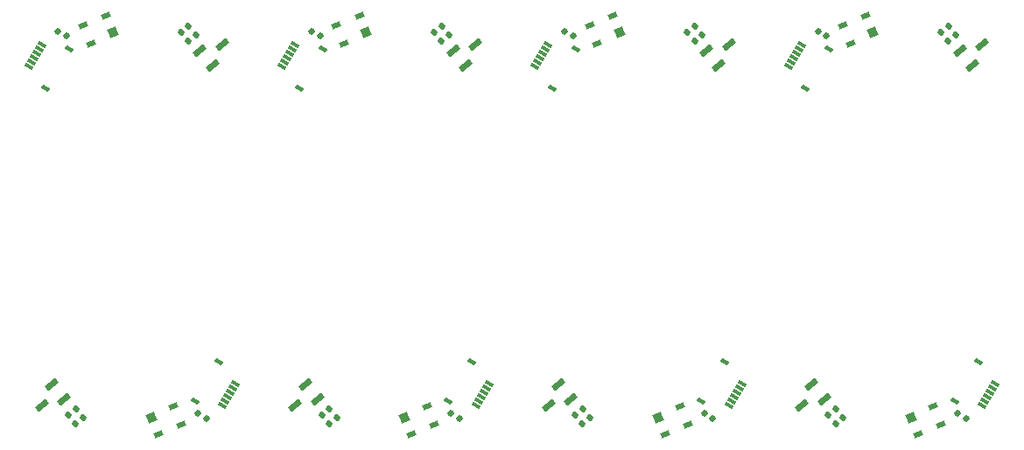
<source format=gbr>
%TF.GenerationSoftware,KiCad,Pcbnew,7.0.10*%
%TF.CreationDate,2024-11-13T11:37:08-08:00*%
%TF.ProjectId,ballBearingBoardPanelization241112,62616c6c-4265-4617-9269-6e67426f6172,rev?*%
%TF.SameCoordinates,Original*%
%TF.FileFunction,Paste,Top*%
%TF.FilePolarity,Positive*%
%FSLAX46Y46*%
G04 Gerber Fmt 4.6, Leading zero omitted, Abs format (unit mm)*
G04 Created by KiCad (PCBNEW 7.0.10) date 2024-11-13 11:37:08*
%MOMM*%
%LPD*%
G01*
G04 APERTURE LIST*
G04 Aperture macros list*
%AMRoundRect*
0 Rectangle with rounded corners*
0 $1 Rounding radius*
0 $2 $3 $4 $5 $6 $7 $8 $9 X,Y pos of 4 corners*
0 Add a 4 corners polygon primitive as box body*
4,1,4,$2,$3,$4,$5,$6,$7,$8,$9,$2,$3,0*
0 Add four circle primitives for the rounded corners*
1,1,$1+$1,$2,$3*
1,1,$1+$1,$4,$5*
1,1,$1+$1,$6,$7*
1,1,$1+$1,$8,$9*
0 Add four rect primitives between the rounded corners*
20,1,$1+$1,$2,$3,$4,$5,0*
20,1,$1+$1,$4,$5,$6,$7,0*
20,1,$1+$1,$6,$7,$8,$9,0*
20,1,$1+$1,$8,$9,$2,$3,0*%
%AMRotRect*
0 Rectangle, with rotation*
0 The origin of the aperture is its center*
0 $1 length*
0 $2 width*
0 $3 Rotation angle, in degrees counterclockwise*
0 Add horizontal line*
21,1,$1,$2,0,0,$3*%
G04 Aperture macros list end*
%ADD10RoundRect,0.030000X-0.257898X0.291185X-0.379707X0.084394X0.257898X-0.291185X0.379707X-0.084394X0*%
%ADD11RoundRect,0.040000X-0.228980X0.320574X-0.391393X0.044853X0.228980X-0.320574X0.391393X-0.044853X0*%
%ADD12RotRect,0.584200X1.320800X129.500000*%
%ADD13RoundRect,0.140000X0.000106X-0.220227X0.216161X-0.042125X-0.000106X0.220227X-0.216161X0.042125X0*%
%ADD14RotRect,0.584200X1.320800X309.500000*%
%ADD15RotRect,0.889000X0.863600X292.500000*%
%ADD16RotRect,0.508000X0.863600X292.500000*%
%ADD17RoundRect,0.140000X-0.000106X0.220227X-0.216161X0.042125X0.000106X-0.220227X0.216161X-0.042125X0*%
%ADD18RoundRect,0.030000X0.257898X-0.291185X0.379707X-0.084394X-0.257898X0.291185X-0.379707X0.084394X0*%
%ADD19RoundRect,0.040000X0.228980X-0.320574X0.391393X-0.044853X-0.228980X0.320574X-0.391393X0.044853X0*%
%ADD20RoundRect,0.140000X0.206910X0.075422X-0.034347X0.217532X-0.206910X-0.075422X0.034347X-0.217532X0*%
%ADD21RoundRect,0.140000X-0.206910X-0.075422X0.034347X-0.217532X0.206910X0.075422X-0.034347X0.217532X0*%
%ADD22RotRect,0.889000X0.863600X112.500000*%
%ADD23RotRect,0.508000X0.863600X112.500000*%
G04 APERTURE END LIST*
D10*
%TO.C,FPC1*%
X-9521890Y26050097D03*
X-9268121Y26480911D03*
X-9014352Y26911726D03*
X-8760583Y27342540D03*
X-8506814Y27773355D03*
X-8253044Y28204169D03*
D11*
X-7866740Y23914546D03*
X-5582817Y27791877D03*
%TD*%
D12*
%TO.C,U4*%
X-6068103Y-6189200D03*
X-7276653Y-4723111D03*
X-8240320Y-6748666D03*
%TD*%
%TO.C,U8*%
X18431897Y-6189200D03*
X17223347Y-4723111D03*
X16259680Y-6748666D03*
%TD*%
D13*
%TO.C,C17*%
X43336025Y-7740647D03*
X44076785Y-7130011D03*
%TD*%
D14*
%TO.C,U6*%
X31551962Y27590113D03*
X32760512Y26124024D03*
X33724179Y28149579D03*
%TD*%
D13*
%TO.C,C23*%
X67836025Y-7740647D03*
X68576785Y-7130011D03*
%TD*%
D15*
%TO.C,U15*%
X75862476Y-7986003D03*
D16*
X76516673Y-9565375D03*
X78731767Y-8647855D03*
X78004667Y-6892482D03*
%TD*%
D17*
%TO.C,C3*%
X5952900Y29963617D03*
X5212140Y29352981D03*
%TD*%
D18*
%TO.C,FPC8*%
X84005749Y-4649185D03*
X83751980Y-5079999D03*
X83498211Y-5510814D03*
X83244442Y-5941628D03*
X82990673Y-6372443D03*
X82736903Y-6803257D03*
D19*
X82350599Y-2513634D03*
X80066676Y-6390965D03*
%TD*%
D20*
%TO.C,C24*%
X81151635Y-8074121D03*
X80324471Y-7586885D03*
%TD*%
%TO.C,C6*%
X7651635Y-8074121D03*
X6824471Y-7586885D03*
%TD*%
D13*
%TO.C,C10*%
X19530961Y-8562703D03*
X20271721Y-7952067D03*
%TD*%
D20*
%TO.C,C12*%
X32151635Y-8074121D03*
X31324471Y-7586885D03*
%TD*%
D15*
%TO.C,U3*%
X2362476Y-7986003D03*
D16*
X3016673Y-9565375D03*
X5231767Y-8647855D03*
X4504667Y-6892482D03*
%TD*%
D14*
%TO.C,U2*%
X7051962Y27590113D03*
X8260512Y26124024D03*
X9224179Y28149579D03*
%TD*%
%TO.C,U10*%
X56051962Y27590113D03*
X57260512Y26124024D03*
X58224179Y28149579D03*
%TD*%
D17*
%TO.C,C14*%
X55647835Y29141559D03*
X54907075Y28530923D03*
%TD*%
D18*
%TO.C,FPC2*%
X10505749Y-4649185D03*
X10251980Y-5079999D03*
X9998211Y-5510814D03*
X9744442Y-5941628D03*
X9490673Y-6372443D03*
X9236903Y-6803257D03*
D19*
X8850599Y-2513634D03*
X6566676Y-6390965D03*
%TD*%
D21*
%TO.C,C7*%
X17832225Y29475032D03*
X18659389Y28987796D03*
%TD*%
D13*
%TO.C,C4*%
X-4969039Y-8562703D03*
X-4228279Y-7952067D03*
%TD*%
D10*
%TO.C,FPC7*%
X63978110Y26050097D03*
X64231879Y26480911D03*
X64485648Y26911726D03*
X64739417Y27342540D03*
X64993186Y27773355D03*
X65246956Y28204169D03*
D11*
X65633260Y23914546D03*
X67917183Y27791877D03*
%TD*%
D10*
%TO.C,FPC3*%
X14978110Y26050097D03*
X15231879Y26480911D03*
X15485648Y26911726D03*
X15739417Y27342540D03*
X15993186Y27773355D03*
X16246956Y28204169D03*
D11*
X16633260Y23914546D03*
X18917183Y27791877D03*
%TD*%
D17*
%TO.C,C9*%
X30452900Y29963617D03*
X29712140Y29352981D03*
%TD*%
D18*
%TO.C,FPC4*%
X35005749Y-4649185D03*
X34751980Y-5079999D03*
X34498211Y-5510814D03*
X34244442Y-5941628D03*
X33990673Y-6372443D03*
X33736903Y-6803257D03*
D19*
X33350599Y-2513634D03*
X31066676Y-6390965D03*
%TD*%
D22*
%TO.C,U1*%
X-1378616Y29386915D03*
D23*
X-2032813Y30966287D03*
X-4247907Y30048767D03*
X-3520807Y28293394D03*
%TD*%
D21*
%TO.C,C1*%
X-6667775Y29475032D03*
X-5840611Y28987796D03*
%TD*%
D17*
%TO.C,C21*%
X79452900Y29963617D03*
X78712140Y29352981D03*
%TD*%
D22*
%TO.C,U13*%
X72121384Y29386915D03*
D23*
X71467187Y30966287D03*
X69252093Y30048767D03*
X69979193Y28293394D03*
%TD*%
D17*
%TO.C,C20*%
X80147835Y29141559D03*
X79407075Y28530923D03*
%TD*%
D15*
%TO.C,U7*%
X26862476Y-7986003D03*
D16*
X27516673Y-9565375D03*
X29731767Y-8647855D03*
X29004667Y-6892482D03*
%TD*%
D21*
%TO.C,C19*%
X66832225Y29475032D03*
X67659389Y28987796D03*
%TD*%
D14*
%TO.C,U14*%
X80551962Y27590113D03*
X81760512Y26124024D03*
X82724179Y28149579D03*
%TD*%
D10*
%TO.C,FPC5*%
X39478110Y26050097D03*
X39731879Y26480911D03*
X39985648Y26911726D03*
X40239417Y27342540D03*
X40493186Y27773355D03*
X40746956Y28204169D03*
D11*
X41133260Y23914546D03*
X43417183Y27791877D03*
%TD*%
D21*
%TO.C,C13*%
X42332225Y29475032D03*
X43159389Y28987796D03*
%TD*%
D22*
%TO.C,U9*%
X47621384Y29386915D03*
D23*
X46967187Y30966287D03*
X44752093Y30048767D03*
X45479193Y28293394D03*
%TD*%
D12*
%TO.C,U16*%
X67431897Y-6189200D03*
X66223347Y-4723111D03*
X65259680Y-6748666D03*
%TD*%
%TO.C,U12*%
X42931897Y-6189200D03*
X41723347Y-4723111D03*
X40759680Y-6748666D03*
%TD*%
D13*
%TO.C,C5*%
X-5663975Y-7740647D03*
X-4923215Y-7130011D03*
%TD*%
%TO.C,C22*%
X68530961Y-8562703D03*
X69271721Y-7952067D03*
%TD*%
%TO.C,C16*%
X44030961Y-8562703D03*
X44771721Y-7952067D03*
%TD*%
D22*
%TO.C,U5*%
X23121384Y29386915D03*
D23*
X22467187Y30966287D03*
X20252093Y30048767D03*
X20979193Y28293394D03*
%TD*%
D17*
%TO.C,C2*%
X6647835Y29141559D03*
X5907075Y28530923D03*
%TD*%
D13*
%TO.C,C11*%
X18836025Y-7740647D03*
X19576785Y-7130011D03*
%TD*%
D17*
%TO.C,C15*%
X54952900Y29963617D03*
X54212140Y29352981D03*
%TD*%
%TO.C,C8*%
X31147835Y29141559D03*
X30407075Y28530923D03*
%TD*%
D18*
%TO.C,FPC6*%
X59505749Y-4649185D03*
X59251980Y-5079999D03*
X58998211Y-5510814D03*
X58744442Y-5941628D03*
X58490673Y-6372443D03*
X58236903Y-6803257D03*
D19*
X57850599Y-2513634D03*
X55566676Y-6390965D03*
%TD*%
D15*
%TO.C,U11*%
X51362476Y-7986003D03*
D16*
X52016673Y-9565375D03*
X54231767Y-8647855D03*
X53504667Y-6892482D03*
%TD*%
D20*
%TO.C,C18*%
X56651635Y-8074121D03*
X55824471Y-7586885D03*
%TD*%
M02*

</source>
